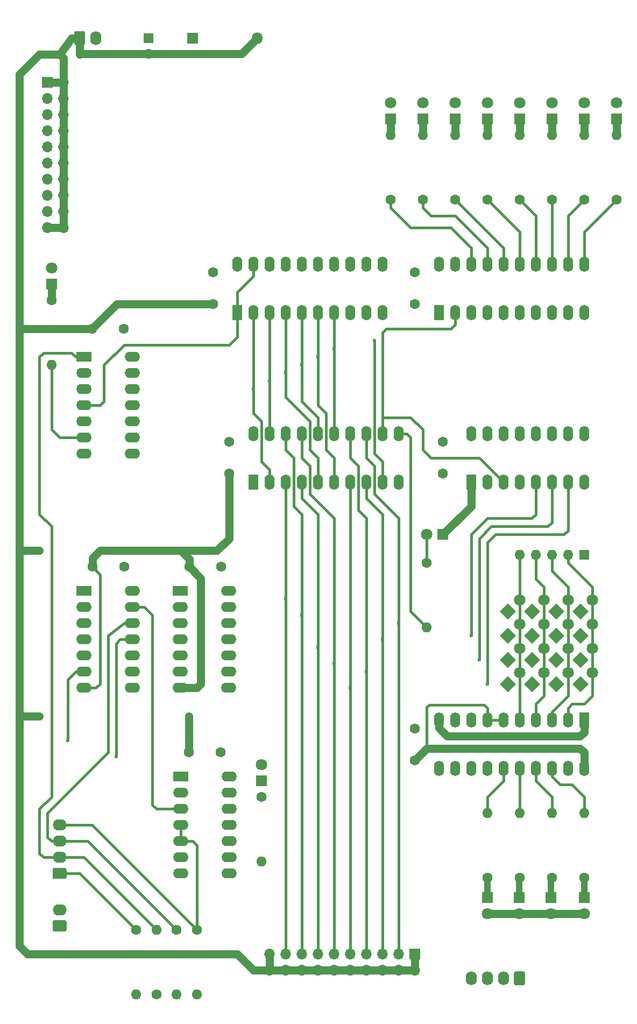
<source format=gbr>
G04 #@! TF.GenerationSoftware,KiCad,Pcbnew,(5.1.7)-1*
G04 #@! TF.CreationDate,2020-11-15T10:54:59+01:00*
G04 #@! TF.ProjectId,Befehle,42656665-686c-4652-9e6b-696361645f70,rev?*
G04 #@! TF.SameCoordinates,Original*
G04 #@! TF.FileFunction,Copper,L2,Bot*
G04 #@! TF.FilePolarity,Positive*
%FSLAX46Y46*%
G04 Gerber Fmt 4.6, Leading zero omitted, Abs format (unit mm)*
G04 Created by KiCad (PCBNEW (5.1.7)-1) date 2020-11-15 10:54:59*
%MOMM*%
%LPD*%
G01*
G04 APERTURE LIST*
G04 #@! TA.AperFunction,ComponentPad*
%ADD10O,1.600000X2.400000*%
G04 #@! TD*
G04 #@! TA.AperFunction,ComponentPad*
%ADD11R,1.600000X2.400000*%
G04 #@! TD*
G04 #@! TA.AperFunction,ComponentPad*
%ADD12O,2.190000X1.740000*%
G04 #@! TD*
G04 #@! TA.AperFunction,ComponentPad*
%ADD13O,1.800000X1.800000*%
G04 #@! TD*
G04 #@! TA.AperFunction,ComponentPad*
%ADD14R,1.800000X1.800000*%
G04 #@! TD*
G04 #@! TA.AperFunction,ComponentPad*
%ADD15O,1.600000X1.600000*%
G04 #@! TD*
G04 #@! TA.AperFunction,ComponentPad*
%ADD16C,1.600000*%
G04 #@! TD*
G04 #@! TA.AperFunction,ComponentPad*
%ADD17C,1.800000*%
G04 #@! TD*
G04 #@! TA.AperFunction,ComponentPad*
%ADD18C,0.100000*%
G04 #@! TD*
G04 #@! TA.AperFunction,ComponentPad*
%ADD19O,1.700000X1.700000*%
G04 #@! TD*
G04 #@! TA.AperFunction,ComponentPad*
%ADD20R,1.700000X1.700000*%
G04 #@! TD*
G04 #@! TA.AperFunction,ComponentPad*
%ADD21O,2.400000X1.600000*%
G04 #@! TD*
G04 #@! TA.AperFunction,ComponentPad*
%ADD22R,2.400000X1.600000*%
G04 #@! TD*
G04 #@! TA.AperFunction,ComponentPad*
%ADD23R,1.600000X1.600000*%
G04 #@! TD*
G04 #@! TA.AperFunction,ComponentPad*
%ADD24O,1.740000X2.190000*%
G04 #@! TD*
G04 #@! TA.AperFunction,ViaPad*
%ADD25C,0.600000*%
G04 #@! TD*
G04 #@! TA.AperFunction,Conductor*
%ADD26C,0.400000*%
G04 #@! TD*
G04 #@! TA.AperFunction,Conductor*
%ADD27C,1.250000*%
G04 #@! TD*
G04 #@! TA.AperFunction,Conductor*
%ADD28C,1.000000*%
G04 #@! TD*
G04 APERTURE END LIST*
D10*
X109950000Y-141320000D03*
X87090000Y-133700000D03*
X107410000Y-141320000D03*
X89630000Y-133700000D03*
X104870000Y-141320000D03*
X92170000Y-133700000D03*
X102330000Y-141320000D03*
X94710000Y-133700000D03*
X99790000Y-141320000D03*
X97250000Y-133700000D03*
X97250000Y-141320000D03*
X99790000Y-133700000D03*
X94710000Y-141320000D03*
X102330000Y-133700000D03*
X92170000Y-141320000D03*
X104870000Y-133700000D03*
X89630000Y-141320000D03*
X107410000Y-133700000D03*
X87090000Y-141320000D03*
D11*
X109950000Y-133700000D03*
D10*
X57880000Y-88615000D03*
X80740000Y-96235000D03*
X60420000Y-88615000D03*
X78200000Y-96235000D03*
X62960000Y-88615000D03*
X75660000Y-96235000D03*
X65500000Y-88615000D03*
X73120000Y-96235000D03*
X68040000Y-88615000D03*
X70580000Y-96235000D03*
X70580000Y-88615000D03*
X68040000Y-96235000D03*
X73120000Y-88615000D03*
X65500000Y-96235000D03*
X75660000Y-88615000D03*
X62960000Y-96235000D03*
X78200000Y-88615000D03*
X60420000Y-96235000D03*
X80740000Y-88615000D03*
D11*
X57880000Y-96235000D03*
D10*
X87090000Y-61945000D03*
X109950000Y-69565000D03*
X89630000Y-61945000D03*
X107410000Y-69565000D03*
X92170000Y-61945000D03*
X104870000Y-69565000D03*
X94710000Y-61945000D03*
X102330000Y-69565000D03*
X97250000Y-61945000D03*
X99790000Y-69565000D03*
X99790000Y-61945000D03*
X97250000Y-69565000D03*
X102330000Y-61945000D03*
X94710000Y-69565000D03*
X104870000Y-61945000D03*
X92170000Y-69565000D03*
X107410000Y-61945000D03*
X89630000Y-69565000D03*
X109950000Y-61945000D03*
D11*
X87090000Y-69565000D03*
D10*
X55340000Y-61945000D03*
X78200000Y-69565000D03*
X57880000Y-61945000D03*
X75660000Y-69565000D03*
X60420000Y-61945000D03*
X73120000Y-69565000D03*
X62960000Y-61945000D03*
X70580000Y-69565000D03*
X65500000Y-61945000D03*
X68040000Y-69565000D03*
X68040000Y-61945000D03*
X65500000Y-69565000D03*
X70580000Y-61945000D03*
X62960000Y-69565000D03*
X73120000Y-61945000D03*
X60420000Y-69565000D03*
X75660000Y-61945000D03*
X57880000Y-69565000D03*
X78200000Y-61945000D03*
D11*
X55340000Y-69565000D03*
D12*
X27400000Y-150210000D03*
X27400000Y-152750000D03*
X27400000Y-155290000D03*
G04 #@! TA.AperFunction,ComponentPad*
G36*
G01*
X28245001Y-158700000D02*
X26554999Y-158700000D01*
G75*
G02*
X26305000Y-158450001I0J249999D01*
G01*
X26305000Y-157209999D01*
G75*
G02*
X26554999Y-156960000I249999J0D01*
G01*
X28245001Y-156960000D01*
G75*
G02*
X28495000Y-157209999I0J-249999D01*
G01*
X28495000Y-158450001D01*
G75*
G02*
X28245001Y-158700000I-249999J0D01*
G01*
G37*
G04 #@! TD.AperFunction*
D13*
X58515000Y-26385000D03*
D14*
X48355000Y-26385000D03*
D15*
X109950000Y-148305000D03*
D16*
X109950000Y-158465000D03*
D17*
X111220000Y-126188949D03*
G04 #@! TA.AperFunction,ComponentPad*
D18*
G36*
X109423949Y-129257792D02*
G01*
X108151157Y-127985000D01*
X109423949Y-126712208D01*
X110696741Y-127985000D01*
X109423949Y-129257792D01*
G37*
G04 #@! TD.AperFunction*
D17*
X103600000Y-122378949D03*
G04 #@! TA.AperFunction,ComponentPad*
D18*
G36*
X101803949Y-125447792D02*
G01*
X100531157Y-124175000D01*
X101803949Y-122902208D01*
X103076741Y-124175000D01*
X101803949Y-125447792D01*
G37*
G04 #@! TD.AperFunction*
D17*
X107410000Y-126188949D03*
G04 #@! TA.AperFunction,ComponentPad*
D18*
G36*
X105613949Y-129257792D02*
G01*
X104341157Y-127985000D01*
X105613949Y-126712208D01*
X106886741Y-127985000D01*
X105613949Y-129257792D01*
G37*
G04 #@! TD.AperFunction*
D19*
X60420000Y-173070000D03*
X60420000Y-170530000D03*
X62960000Y-173070000D03*
X62960000Y-170530000D03*
X65500000Y-173070000D03*
X65500000Y-170530000D03*
X68040000Y-173070000D03*
X68040000Y-170530000D03*
X70580000Y-173070000D03*
X70580000Y-170530000D03*
X73120000Y-173070000D03*
X73120000Y-170530000D03*
X75660000Y-173070000D03*
X75660000Y-170530000D03*
X78200000Y-173070000D03*
X78200000Y-170530000D03*
X80740000Y-173070000D03*
X80740000Y-170530000D03*
X83280000Y-173070000D03*
D20*
X83280000Y-170530000D03*
D10*
X92170000Y-88615000D03*
X109950000Y-96235000D03*
X94710000Y-88615000D03*
X107410000Y-96235000D03*
X97250000Y-88615000D03*
X104870000Y-96235000D03*
X99790000Y-88615000D03*
X102330000Y-96235000D03*
X102330000Y-88615000D03*
X99790000Y-96235000D03*
X104870000Y-88615000D03*
X97250000Y-96235000D03*
X107410000Y-88615000D03*
X94710000Y-96235000D03*
X109950000Y-88615000D03*
D11*
X92170000Y-96235000D03*
D21*
X38830000Y-76550000D03*
X31210000Y-91790000D03*
X38830000Y-79090000D03*
X31210000Y-89250000D03*
X38830000Y-81630000D03*
X31210000Y-86710000D03*
X38830000Y-84170000D03*
X31210000Y-84170000D03*
X38830000Y-86710000D03*
X31210000Y-81630000D03*
X38830000Y-89250000D03*
X31210000Y-79090000D03*
X38830000Y-91790000D03*
D22*
X31210000Y-76550000D03*
D15*
X99790000Y-107665000D03*
X102330000Y-107665000D03*
X104870000Y-107665000D03*
X107410000Y-107665000D03*
D23*
X109950000Y-107665000D03*
D15*
X115030000Y-41625000D03*
D16*
X115030000Y-51785000D03*
D15*
X104870000Y-148305000D03*
D16*
X104870000Y-158465000D03*
D15*
X109950000Y-41625000D03*
D16*
X109950000Y-51785000D03*
D15*
X104870000Y-41625000D03*
D16*
X104870000Y-51785000D03*
D15*
X99790000Y-41625000D03*
D16*
X99790000Y-51785000D03*
D15*
X94710000Y-41625000D03*
D16*
X94710000Y-51785000D03*
D15*
X89630000Y-41625000D03*
D16*
X89630000Y-51785000D03*
D15*
X99790000Y-148305000D03*
D16*
X99790000Y-158465000D03*
D15*
X84550000Y-41625000D03*
D16*
X84550000Y-51785000D03*
D15*
X79470000Y-41625000D03*
D16*
X79470000Y-51785000D03*
D15*
X94710000Y-148305000D03*
D16*
X94710000Y-158465000D03*
D15*
X85185000Y-119095000D03*
D16*
X85185000Y-108935000D03*
D15*
X45815000Y-176880000D03*
D16*
X45815000Y-166720000D03*
D15*
X26130000Y-77820000D03*
D16*
X26130000Y-67660000D03*
D15*
X39465000Y-176880000D03*
D16*
X39465000Y-166720000D03*
D15*
X48990000Y-176880000D03*
D16*
X48990000Y-166720000D03*
D15*
X59150000Y-155925000D03*
D16*
X59150000Y-145765000D03*
D15*
X42640000Y-166720000D03*
D16*
X42640000Y-176880000D03*
D24*
X33115000Y-26385000D03*
G04 #@! TA.AperFunction,ComponentPad*
G36*
G01*
X29705000Y-27230001D02*
X29705000Y-25539999D01*
G75*
G02*
X29954999Y-25290000I249999J0D01*
G01*
X31195001Y-25290000D01*
G75*
G02*
X31445000Y-25539999I0J-249999D01*
G01*
X31445000Y-27230001D01*
G75*
G02*
X31195001Y-27480000I-249999J0D01*
G01*
X29954999Y-27480000D01*
G75*
G02*
X29705000Y-27230001I0J249999D01*
G01*
G37*
G04 #@! TD.AperFunction*
X92170000Y-174340000D03*
X94710000Y-174340000D03*
X97250000Y-174340000D03*
G04 #@! TA.AperFunction,ComponentPad*
G36*
G01*
X100660000Y-173494999D02*
X100660000Y-175185001D01*
G75*
G02*
X100410001Y-175435000I-249999J0D01*
G01*
X99169999Y-175435000D01*
G75*
G02*
X98920000Y-175185001I0J249999D01*
G01*
X98920000Y-173494999D01*
G75*
G02*
X99169999Y-173245000I249999J0D01*
G01*
X100410001Y-173245000D01*
G75*
G02*
X100660000Y-173494999I0J-249999D01*
G01*
G37*
G04 #@! TD.AperFunction*
D12*
X27400000Y-163545000D03*
G04 #@! TA.AperFunction,ComponentPad*
G36*
G01*
X28245001Y-166955000D02*
X26554999Y-166955000D01*
G75*
G02*
X26305000Y-166705001I0J249999D01*
G01*
X26305000Y-165464999D01*
G75*
G02*
X26554999Y-165215000I249999J0D01*
G01*
X28245001Y-165215000D01*
G75*
G02*
X28495000Y-165464999I0J-249999D01*
G01*
X28495000Y-166705001D01*
G75*
G02*
X28245001Y-166955000I-249999J0D01*
G01*
G37*
G04 #@! TD.AperFunction*
D20*
X25495000Y-33370000D03*
D19*
X28035000Y-33370000D03*
X25495000Y-35910000D03*
X28035000Y-35910000D03*
X25495000Y-38450000D03*
X28035000Y-38450000D03*
X25495000Y-40990000D03*
X28035000Y-40990000D03*
X25495000Y-43530000D03*
X28035000Y-43530000D03*
X25495000Y-46070000D03*
X28035000Y-46070000D03*
X25495000Y-48610000D03*
X28035000Y-48610000D03*
X25495000Y-51150000D03*
X28035000Y-51150000D03*
X25495000Y-53690000D03*
X28035000Y-53690000D03*
X25495000Y-56230000D03*
X28035000Y-56230000D03*
D17*
X109950000Y-164180000D03*
D14*
X109950000Y-161640000D03*
D17*
X115030000Y-36545000D03*
D14*
X115030000Y-39085000D03*
D17*
X104715000Y-164180000D03*
D14*
X104715000Y-161640000D03*
D17*
X109950000Y-36545000D03*
D14*
X109950000Y-39085000D03*
D17*
X104870000Y-36545000D03*
D14*
X104870000Y-39085000D03*
D17*
X99790000Y-36545000D03*
D14*
X99790000Y-39085000D03*
D17*
X94710000Y-36545000D03*
D14*
X94710000Y-39085000D03*
D17*
X89630000Y-36545000D03*
D14*
X89630000Y-39085000D03*
D17*
X99715000Y-164180000D03*
D14*
X99715000Y-161640000D03*
D17*
X84550000Y-36545000D03*
D14*
X84550000Y-39085000D03*
D17*
X79470000Y-36545000D03*
D14*
X79470000Y-39085000D03*
D17*
X94710000Y-164180000D03*
D14*
X94710000Y-161640000D03*
D17*
X85185000Y-104490000D03*
D14*
X87725000Y-104490000D03*
D17*
X26130000Y-62580000D03*
D14*
X26130000Y-65120000D03*
D17*
X59150000Y-140685000D03*
D14*
X59150000Y-143225000D03*
D21*
X54070000Y-142590000D03*
X46450000Y-157830000D03*
X54070000Y-145130000D03*
X46450000Y-155290000D03*
X54070000Y-147670000D03*
X46450000Y-152750000D03*
X54070000Y-150210000D03*
X46450000Y-150210000D03*
X54070000Y-152750000D03*
X46450000Y-147670000D03*
X54070000Y-155290000D03*
X46450000Y-145130000D03*
X54070000Y-157830000D03*
D22*
X46450000Y-142590000D03*
D16*
X32480000Y-72105000D03*
X37480000Y-72105000D03*
D21*
X38830000Y-113380000D03*
X31210000Y-128620000D03*
X38830000Y-115920000D03*
X31210000Y-126080000D03*
X38830000Y-118460000D03*
X31210000Y-123540000D03*
X38830000Y-121000000D03*
X31210000Y-121000000D03*
X38830000Y-123540000D03*
X31210000Y-118460000D03*
X38830000Y-126080000D03*
X31210000Y-115920000D03*
X38830000Y-128620000D03*
D22*
X31210000Y-113380000D03*
D21*
X54021740Y-113380000D03*
X46401740Y-128620000D03*
X54021740Y-115920000D03*
X46401740Y-126080000D03*
X54021740Y-118460000D03*
X46401740Y-123540000D03*
X54021740Y-121000000D03*
X46401740Y-121000000D03*
X54021740Y-123540000D03*
X46401740Y-118460000D03*
X54021740Y-126080000D03*
X46401740Y-115920000D03*
X54021740Y-128620000D03*
D22*
X46401740Y-113380000D03*
D17*
X103600000Y-126188949D03*
G04 #@! TA.AperFunction,ComponentPad*
D18*
G36*
X101803949Y-129257792D02*
G01*
X100531157Y-127985000D01*
X101803949Y-126712208D01*
X103076741Y-127985000D01*
X101803949Y-129257792D01*
G37*
G04 #@! TD.AperFunction*
D17*
X99790000Y-126188949D03*
G04 #@! TA.AperFunction,ComponentPad*
D18*
G36*
X97993949Y-129257792D02*
G01*
X96721157Y-127985000D01*
X97993949Y-126712208D01*
X99266741Y-127985000D01*
X97993949Y-129257792D01*
G37*
G04 #@! TD.AperFunction*
D17*
X111220000Y-122378949D03*
G04 #@! TA.AperFunction,ComponentPad*
D18*
G36*
X109423949Y-125447792D02*
G01*
X108151157Y-124175000D01*
X109423949Y-122902208D01*
X110696741Y-124175000D01*
X109423949Y-125447792D01*
G37*
G04 #@! TD.AperFunction*
D17*
X107410000Y-122378949D03*
G04 #@! TA.AperFunction,ComponentPad*
D18*
G36*
X105613949Y-125447792D02*
G01*
X104341157Y-124175000D01*
X105613949Y-122902208D01*
X106886741Y-124175000D01*
X105613949Y-125447792D01*
G37*
G04 #@! TD.AperFunction*
D17*
X111220000Y-118568949D03*
G04 #@! TA.AperFunction,ComponentPad*
D18*
G36*
X109423949Y-121637792D02*
G01*
X108151157Y-120365000D01*
X109423949Y-119092208D01*
X110696741Y-120365000D01*
X109423949Y-121637792D01*
G37*
G04 #@! TD.AperFunction*
D17*
X107410000Y-118568949D03*
G04 #@! TA.AperFunction,ComponentPad*
D18*
G36*
X105613949Y-121637792D02*
G01*
X104341157Y-120365000D01*
X105613949Y-119092208D01*
X106886741Y-120365000D01*
X105613949Y-121637792D01*
G37*
G04 #@! TD.AperFunction*
D17*
X103600000Y-118568949D03*
G04 #@! TA.AperFunction,ComponentPad*
D18*
G36*
X101803949Y-121637792D02*
G01*
X100531157Y-120365000D01*
X101803949Y-119092208D01*
X103076741Y-120365000D01*
X101803949Y-121637792D01*
G37*
G04 #@! TD.AperFunction*
D17*
X111220000Y-114758949D03*
G04 #@! TA.AperFunction,ComponentPad*
D18*
G36*
X109423949Y-117827792D02*
G01*
X108151157Y-116555000D01*
X109423949Y-115282208D01*
X110696741Y-116555000D01*
X109423949Y-117827792D01*
G37*
G04 #@! TD.AperFunction*
D17*
X107410000Y-114758949D03*
G04 #@! TA.AperFunction,ComponentPad*
D18*
G36*
X105613949Y-117827792D02*
G01*
X104341157Y-116555000D01*
X105613949Y-115282208D01*
X106886741Y-116555000D01*
X105613949Y-117827792D01*
G37*
G04 #@! TD.AperFunction*
D17*
X99790000Y-122378949D03*
G04 #@! TA.AperFunction,ComponentPad*
D18*
G36*
X97993949Y-125447792D02*
G01*
X96721157Y-124175000D01*
X97993949Y-122902208D01*
X99266741Y-124175000D01*
X97993949Y-125447792D01*
G37*
G04 #@! TD.AperFunction*
D17*
X103600000Y-114758949D03*
G04 #@! TA.AperFunction,ComponentPad*
D18*
G36*
X101803949Y-117827792D02*
G01*
X100531157Y-116555000D01*
X101803949Y-115282208D01*
X103076741Y-116555000D01*
X101803949Y-117827792D01*
G37*
G04 #@! TD.AperFunction*
D17*
X99790000Y-118568949D03*
G04 #@! TA.AperFunction,ComponentPad*
D18*
G36*
X97993949Y-121637792D02*
G01*
X96721157Y-120365000D01*
X97993949Y-119092208D01*
X99266741Y-120365000D01*
X97993949Y-121637792D01*
G37*
G04 #@! TD.AperFunction*
D17*
X99790000Y-114758949D03*
G04 #@! TA.AperFunction,ComponentPad*
D18*
G36*
X97993949Y-117827792D02*
G01*
X96721157Y-116555000D01*
X97993949Y-115282208D01*
X99266741Y-116555000D01*
X97993949Y-117827792D01*
G37*
G04 #@! TD.AperFunction*
D16*
X41370000Y-28885000D03*
D23*
X41370000Y-26385000D03*
D16*
X47720000Y-138780000D03*
X52720000Y-138780000D03*
X32560000Y-109570000D03*
X37560000Y-109570000D03*
X47800000Y-109570000D03*
X52800000Y-109570000D03*
X83280000Y-135050000D03*
X83280000Y-140050000D03*
X54070000Y-94885000D03*
X54070000Y-89885000D03*
X87725000Y-94885000D03*
X87725000Y-89885000D03*
X83280000Y-68215000D03*
X83280000Y-63215000D03*
X51530000Y-68215000D03*
X51530000Y-63215000D03*
D25*
X70580000Y-75280000D03*
X68040000Y-76550000D03*
X65500000Y-77820000D03*
X62960000Y-79090000D03*
X60420000Y-80360000D03*
X24225000Y-133065000D03*
X47720000Y-133065000D03*
X24225000Y-107030000D03*
X92170000Y-120365000D03*
X93440000Y-124175000D03*
X94710000Y-127985000D03*
X28670000Y-136875000D03*
X36290000Y-139415000D03*
X62960000Y-114650000D03*
X65500000Y-117190000D03*
X68040000Y-122270000D03*
X70580000Y-124810000D03*
X73120000Y-128620000D03*
X75660000Y-126080000D03*
X78200000Y-121000000D03*
X80740000Y-118460000D03*
X57880000Y-81630000D03*
X76930000Y-74010000D03*
D26*
X70580000Y-75280000D02*
X70580000Y-69565000D01*
X70580000Y-75280000D02*
X70580000Y-88615000D01*
X69310000Y-85440000D02*
X68040000Y-84170000D01*
X69310000Y-91155000D02*
X69310000Y-85440000D01*
X70580000Y-92425000D02*
X69310000Y-91155000D01*
X70580000Y-96235000D02*
X70580000Y-92425000D01*
X68040000Y-76550000D02*
X68040000Y-84170000D01*
X68040000Y-76550000D02*
X68040000Y-69565000D01*
X68040000Y-86075000D02*
X68040000Y-88615000D01*
X65500000Y-83535000D02*
X68040000Y-86075000D01*
X65500000Y-77820000D02*
X65500000Y-69565000D01*
X65500000Y-83535000D02*
X65500000Y-77820000D01*
X62960000Y-79090000D02*
X62960000Y-69565000D01*
X68040000Y-92425000D02*
X68040000Y-96235000D01*
X66770000Y-91155000D02*
X68040000Y-92425000D01*
X66770000Y-86710000D02*
X66770000Y-91155000D01*
X62960000Y-82900000D02*
X66770000Y-86710000D01*
X62960000Y-79090000D02*
X62960000Y-82900000D01*
X60420000Y-80360000D02*
X60420000Y-69565000D01*
X60420000Y-80360000D02*
X60420000Y-88615000D01*
D27*
X29305000Y-26385000D02*
X27400000Y-28925000D01*
X30575000Y-26385000D02*
X29305000Y-26385000D01*
X28035000Y-29560000D02*
X27400000Y-28925000D01*
X28035000Y-33370000D02*
X28035000Y-29560000D01*
X28035000Y-33370000D02*
X28035000Y-56230000D01*
X25495000Y-56230000D02*
X28035000Y-56230000D01*
X25495000Y-33370000D02*
X28035000Y-33370000D01*
X24225000Y-28925000D02*
X27400000Y-28925000D01*
X21050000Y-32100000D02*
X24225000Y-28925000D01*
X21050000Y-72105000D02*
X21050000Y-32100000D01*
X47800000Y-108380000D02*
X46450000Y-107030000D01*
X47800000Y-109570000D02*
X47800000Y-108380000D01*
X21050000Y-72105000D02*
X21050000Y-107030000D01*
X48990000Y-128620000D02*
X46401740Y-128620000D01*
X49625000Y-127985000D02*
X48990000Y-128620000D01*
X49625000Y-111395000D02*
X49625000Y-127985000D01*
X47800000Y-109570000D02*
X49625000Y-111395000D01*
X21050000Y-107030000D02*
X21050000Y-132430000D01*
X47720000Y-107030000D02*
X52165000Y-107030000D01*
X54070000Y-105125000D02*
X54070000Y-94885000D01*
X52165000Y-107030000D02*
X54070000Y-105125000D01*
X83280000Y-170530000D02*
X83280000Y-173070000D01*
X60420000Y-170530000D02*
X60420000Y-173070000D01*
X60420000Y-173070000D02*
X83280000Y-173070000D01*
X57880000Y-173070000D02*
X60420000Y-173070000D01*
X22320000Y-170530000D02*
X55340000Y-170530000D01*
X55340000Y-170530000D02*
X57880000Y-173070000D01*
X21050000Y-169260000D02*
X22320000Y-170530000D01*
X92170000Y-100045000D02*
X87725000Y-104490000D01*
X92170000Y-96235000D02*
X92170000Y-100045000D01*
X21050000Y-132430000D02*
X21050000Y-133065000D01*
X21050000Y-133065000D02*
X21050000Y-169260000D01*
X24225000Y-133065000D02*
X21050000Y-133065000D01*
X47720000Y-133065000D02*
X47720000Y-138780000D01*
X87090000Y-133700000D02*
X87090000Y-134970000D01*
X87090000Y-134970000D02*
X88360000Y-136240000D01*
X88360000Y-136240000D02*
X109315000Y-136240000D01*
X109950000Y-135605000D02*
X109950000Y-133700000D01*
X109315000Y-136240000D02*
X109950000Y-135605000D01*
X21050000Y-107030000D02*
X24225000Y-107030000D01*
X47720000Y-107030000D02*
X34385000Y-107030000D01*
X32560000Y-109570000D02*
X32560000Y-108220000D01*
X33750000Y-107030000D02*
X34385000Y-107030000D01*
X32560000Y-108220000D02*
X33750000Y-107030000D01*
D26*
X33115000Y-128620000D02*
X31210000Y-128620000D01*
X33750000Y-127985000D02*
X33115000Y-128620000D01*
X33750000Y-110840000D02*
X33750000Y-127985000D01*
X32560000Y-109570000D02*
X33750000Y-110840000D01*
D27*
X32480000Y-72105000D02*
X21050000Y-72105000D01*
X51450000Y-68295000D02*
X51530000Y-68215000D01*
X36370000Y-68215000D02*
X32480000Y-72105000D01*
X51530000Y-68215000D02*
X36370000Y-68215000D01*
X30575000Y-26385000D02*
X30575000Y-28290000D01*
X30575000Y-28290000D02*
X30590010Y-28305010D01*
X30575000Y-28290000D02*
X30575000Y-28925000D01*
X30615000Y-28885000D02*
X41370000Y-28885000D01*
X30575000Y-28925000D02*
X30615000Y-28885000D01*
X56015000Y-28885000D02*
X58515000Y-26385000D01*
X41370000Y-28885000D02*
X56015000Y-28885000D01*
X83280000Y-140050000D02*
X85185000Y-138145000D01*
X85185000Y-138145000D02*
X109315000Y-138145000D01*
X109950000Y-138780000D02*
X109950000Y-141320000D01*
X109315000Y-138145000D02*
X109950000Y-138780000D01*
X94710000Y-164180000D02*
X109950000Y-164180000D01*
D26*
X85185000Y-138145000D02*
X85185000Y-131668000D01*
X85185000Y-131668000D02*
X85566000Y-131287000D01*
X85566000Y-131287000D02*
X94202000Y-131287000D01*
X94710000Y-131795000D02*
X94710000Y-133700000D01*
X94202000Y-131287000D02*
X94710000Y-131795000D01*
X94710000Y-133700000D02*
X97250000Y-133700000D01*
D27*
X79470000Y-41625000D02*
X79470000Y-39085000D01*
X84550000Y-41625000D02*
X84550000Y-39085000D01*
X94710000Y-41625000D02*
X94710000Y-39085000D01*
X99790000Y-41625000D02*
X99790000Y-39085000D01*
X104870000Y-41625000D02*
X104870000Y-39085000D01*
X109950000Y-41625000D02*
X109950000Y-39085000D01*
X115030000Y-41625000D02*
X115030000Y-39085000D01*
X26130000Y-67660000D02*
X26130000Y-65120000D01*
D26*
X57880000Y-61945000D02*
X57880000Y-63850000D01*
X55340000Y-66390000D02*
X55340000Y-69565000D01*
X57880000Y-63850000D02*
X55340000Y-66390000D01*
X55340000Y-73375000D02*
X55340000Y-69565000D01*
X54070000Y-74645000D02*
X55340000Y-73375000D01*
X34385000Y-83535000D02*
X34385000Y-77820000D01*
X34385000Y-77820000D02*
X37560000Y-74645000D01*
X33750000Y-84170000D02*
X34385000Y-83535000D01*
X37560000Y-74645000D02*
X54070000Y-74645000D01*
X31210000Y-84170000D02*
X33750000Y-84170000D01*
X97250000Y-143225000D02*
X94710000Y-145765000D01*
X97250000Y-141320000D02*
X97250000Y-143225000D01*
X94710000Y-145765000D02*
X94710000Y-148305000D01*
X109950000Y-51785000D02*
X107410000Y-54325000D01*
X107410000Y-54325000D02*
X107410000Y-61945000D01*
X102330000Y-101315000D02*
X102330000Y-96235000D01*
X101695000Y-101950000D02*
X102330000Y-101315000D01*
X94710000Y-101950000D02*
X101695000Y-101950000D01*
X92170000Y-104490000D02*
X94710000Y-101950000D01*
X92170000Y-120365000D02*
X92170000Y-104490000D01*
X93440000Y-124175000D02*
X93440000Y-105125000D01*
X93440000Y-105125000D02*
X95345000Y-103220000D01*
X95345000Y-103220000D02*
X104235000Y-103220000D01*
X104870000Y-102585000D02*
X104870000Y-96235000D01*
X104235000Y-103220000D02*
X104870000Y-102585000D01*
X107410000Y-103855000D02*
X107410000Y-96235000D01*
X106775000Y-104490000D02*
X107410000Y-103855000D01*
X95980000Y-104490000D02*
X106775000Y-104490000D01*
X94710000Y-105760000D02*
X95980000Y-104490000D01*
X94710000Y-127985000D02*
X94710000Y-105760000D01*
X99790000Y-107665000D02*
X99790000Y-129890000D01*
X99790000Y-129890000D02*
X99790000Y-133700000D01*
X103600000Y-112745000D02*
X103600000Y-129890000D01*
X103600000Y-112745000D02*
X102330000Y-111475000D01*
X102330000Y-111475000D02*
X102330000Y-107665000D01*
X103600000Y-129890000D02*
X102330000Y-131160000D01*
X102330000Y-131160000D02*
X102330000Y-133700000D01*
X104870000Y-110205000D02*
X104870000Y-107665000D01*
X107410000Y-112745000D02*
X104870000Y-110205000D01*
X107410000Y-129890000D02*
X107410000Y-112745000D01*
X107410000Y-129890000D02*
X104870000Y-132430000D01*
X104870000Y-132430000D02*
X104870000Y-133700000D01*
X109950000Y-131160000D02*
X108045000Y-131160000D01*
X107410000Y-131795000D02*
X107410000Y-133700000D01*
X111220000Y-129890000D02*
X109950000Y-131160000D01*
X108045000Y-131160000D02*
X107410000Y-131795000D01*
X111220000Y-112745000D02*
X111220000Y-129890000D01*
X107410000Y-108935000D02*
X111220000Y-112745000D01*
X107410000Y-107665000D02*
X107410000Y-108935000D01*
X32480000Y-150210000D02*
X48990000Y-166720000D01*
X27400000Y-150210000D02*
X32480000Y-150210000D01*
X46450000Y-152750000D02*
X46450000Y-150210000D01*
X48355000Y-152750000D02*
X46450000Y-152750000D01*
X48990000Y-153385000D02*
X48355000Y-152750000D01*
X48990000Y-166720000D02*
X48990000Y-153385000D01*
X31845000Y-152750000D02*
X45815000Y-166720000D01*
X27400000Y-152750000D02*
X31845000Y-152750000D01*
X35020000Y-138780000D02*
X35020000Y-120365000D01*
X25495000Y-148305000D02*
X35020000Y-138780000D01*
X37560000Y-118460000D02*
X38830000Y-118460000D01*
X25495000Y-152115000D02*
X25495000Y-148305000D01*
X26130000Y-152750000D02*
X25495000Y-152115000D01*
X35020000Y-120365000D02*
X37560000Y-118460000D01*
X27400000Y-152750000D02*
X26130000Y-152750000D01*
X31210000Y-126080000D02*
X29940000Y-126080000D01*
X29940000Y-126080000D02*
X28670000Y-127350000D01*
X28670000Y-127350000D02*
X28670000Y-136875000D01*
X42005000Y-147035000D02*
X42640000Y-147670000D01*
X42005000Y-117190000D02*
X42005000Y-147035000D01*
X40735000Y-115920000D02*
X42005000Y-117190000D01*
X38830000Y-115920000D02*
X40735000Y-115920000D01*
X42640000Y-147670000D02*
X46450000Y-147670000D01*
X36290000Y-121635000D02*
X36290000Y-139415000D01*
X36925000Y-121000000D02*
X36290000Y-121635000D01*
X38830000Y-121000000D02*
X36925000Y-121000000D01*
X62960000Y-114650000D02*
X62960000Y-170530000D01*
X62960000Y-96235000D02*
X62960000Y-114650000D01*
X62960000Y-91155000D02*
X64230000Y-92425000D01*
X62960000Y-88615000D02*
X62960000Y-91155000D01*
X65500000Y-101315000D02*
X64230000Y-100045000D01*
X64230000Y-92425000D02*
X64230000Y-100045000D01*
X65500000Y-117190000D02*
X65500000Y-101315000D01*
X65500000Y-170530000D02*
X65500000Y-117190000D01*
X65500000Y-98775000D02*
X65500000Y-96235000D01*
X68040000Y-101315000D02*
X65500000Y-98775000D01*
X68040000Y-122270000D02*
X68040000Y-101315000D01*
X68040000Y-170530000D02*
X68040000Y-122270000D01*
X70580000Y-170530000D02*
X70580000Y-124810000D01*
X65500000Y-92425000D02*
X65500000Y-88615000D01*
X66770000Y-93695000D02*
X65500000Y-92425000D01*
X66770000Y-98140000D02*
X66770000Y-93695000D01*
X70580000Y-101950000D02*
X66770000Y-98140000D01*
X70580000Y-124810000D02*
X70580000Y-101950000D01*
X73120000Y-170530000D02*
X73120000Y-128620000D01*
X73120000Y-101315000D02*
X73120000Y-96235000D01*
X73120000Y-128620000D02*
X73120000Y-101315000D01*
X75660000Y-170530000D02*
X75660000Y-126080000D01*
X74390000Y-100680000D02*
X74390000Y-93695000D01*
X75660000Y-101950000D02*
X74390000Y-100680000D01*
X75660000Y-126080000D02*
X75660000Y-101950000D01*
X74390000Y-93695000D02*
X73120000Y-92425000D01*
X73120000Y-92425000D02*
X73120000Y-88615000D01*
X78200000Y-101315000D02*
X75660000Y-98775000D01*
X75660000Y-98775000D02*
X75660000Y-96235000D01*
X78200000Y-121000000D02*
X78200000Y-101315000D01*
X78200000Y-170530000D02*
X78200000Y-121000000D01*
X80740000Y-170530000D02*
X80740000Y-118460000D01*
X75660000Y-92425000D02*
X75660000Y-88615000D01*
X76930000Y-93695000D02*
X75660000Y-92425000D01*
X76930000Y-98140000D02*
X76930000Y-93695000D01*
X80740000Y-101950000D02*
X76930000Y-98140000D01*
X80740000Y-118460000D02*
X80740000Y-101950000D01*
X60420000Y-94330000D02*
X60420000Y-96235000D01*
X59150000Y-93060000D02*
X60420000Y-94330000D01*
X59150000Y-86710000D02*
X59150000Y-93060000D01*
X57880000Y-85440000D02*
X59150000Y-86710000D01*
X57880000Y-81630000D02*
X57880000Y-69565000D01*
X57880000Y-85440000D02*
X57880000Y-81630000D01*
X78200000Y-86710000D02*
X78200000Y-88615000D01*
X89630000Y-71470000D02*
X89630000Y-69565000D01*
X88995000Y-72105000D02*
X89630000Y-71470000D01*
X78200000Y-72740000D02*
X78835000Y-72105000D01*
X78835000Y-72105000D02*
X88995000Y-72105000D01*
X78200000Y-73375000D02*
X78200000Y-86710000D01*
X78200000Y-72740000D02*
X78200000Y-73375000D01*
X78835000Y-86075000D02*
X78200000Y-86075000D01*
X82645000Y-86075000D02*
X78835000Y-86075000D01*
X84550000Y-87980000D02*
X82645000Y-86075000D01*
X84550000Y-91155000D02*
X84550000Y-87980000D01*
X85820000Y-92425000D02*
X84550000Y-91155000D01*
X93440000Y-92425000D02*
X85820000Y-92425000D01*
X97250000Y-96235000D02*
X93440000Y-92425000D01*
X76930000Y-74010000D02*
X76930000Y-74010000D01*
X78200000Y-93060000D02*
X78200000Y-96235000D01*
X76930000Y-91790000D02*
X78200000Y-93060000D01*
X76930000Y-74010000D02*
X76930000Y-91790000D01*
D27*
X89630000Y-39085000D02*
X89630000Y-41625000D01*
D28*
X94710000Y-161640000D02*
X94710000Y-158465000D01*
X99715000Y-158465000D02*
X99715000Y-161640000D01*
X104715000Y-161640000D02*
X104715000Y-158465000D01*
X109950000Y-161640000D02*
X109950000Y-158465000D01*
D26*
X85185000Y-108935000D02*
X85185000Y-104490000D01*
X92170000Y-59405000D02*
X92170000Y-61945000D01*
X88995000Y-56230000D02*
X92170000Y-59405000D01*
X82645000Y-56230000D02*
X88995000Y-56230000D01*
X79470000Y-53055000D02*
X82645000Y-56230000D01*
X79470000Y-51785000D02*
X79470000Y-53055000D01*
X84550000Y-51785000D02*
X84550000Y-53055000D01*
X84550000Y-53055000D02*
X85820000Y-54325000D01*
X85820000Y-54325000D02*
X89630000Y-54325000D01*
X94710000Y-59405000D02*
X94710000Y-61945000D01*
X89630000Y-54325000D02*
X94710000Y-59405000D01*
X89630000Y-51785000D02*
X97250000Y-59405000D01*
X97250000Y-59405000D02*
X97250000Y-61945000D01*
X94710000Y-51785000D02*
X99790000Y-56865000D01*
X99790000Y-56865000D02*
X99790000Y-61945000D01*
X99790000Y-51785000D02*
X102330000Y-54325000D01*
X102330000Y-54325000D02*
X102330000Y-61945000D01*
X104870000Y-51785000D02*
X104870000Y-61945000D01*
X115030000Y-52050000D02*
X115080000Y-52000000D01*
X115080000Y-51785000D02*
X109950000Y-56915000D01*
X109950000Y-56915000D02*
X109950000Y-61945000D01*
X26130000Y-77820000D02*
X26130000Y-87980000D01*
X26130000Y-87980000D02*
X27400000Y-89250000D01*
X27400000Y-89250000D02*
X31210000Y-89250000D01*
X99790000Y-141320000D02*
X99790000Y-145765000D01*
X99790000Y-145765000D02*
X99790000Y-148305000D01*
X102330000Y-143225000D02*
X104870000Y-145765000D01*
X102330000Y-141320000D02*
X102330000Y-143225000D01*
X104870000Y-145765000D02*
X104870000Y-148305000D01*
X104870000Y-141320000D02*
X104870000Y-142590000D01*
X104870000Y-142590000D02*
X106140000Y-143860000D01*
X108045000Y-143860000D02*
X109950000Y-145765000D01*
X106140000Y-143860000D02*
X108045000Y-143860000D01*
X109950000Y-145765000D02*
X109950000Y-148305000D01*
X82010000Y-88615000D02*
X80740000Y-88615000D01*
X82645000Y-89250000D02*
X82010000Y-88615000D01*
X85185000Y-119095000D02*
X82645000Y-116555000D01*
X82645000Y-116555000D02*
X82645000Y-89250000D01*
X31210000Y-155290000D02*
X42640000Y-166720000D01*
X27400000Y-155290000D02*
X31210000Y-155290000D01*
X29940000Y-76550000D02*
X29305000Y-75915000D01*
X31210000Y-76550000D02*
X29940000Y-76550000D01*
X24860000Y-155290000D02*
X27400000Y-155290000D01*
X24225000Y-154655000D02*
X24860000Y-155290000D01*
X24225000Y-147670000D02*
X24225000Y-154655000D01*
X26130000Y-103220000D02*
X26130000Y-145765000D01*
X24225000Y-101315000D02*
X26130000Y-103220000D01*
X24225000Y-76550000D02*
X24225000Y-101315000D01*
X24860000Y-75915000D02*
X24225000Y-76550000D01*
X26130000Y-145765000D02*
X24225000Y-147670000D01*
X29305000Y-75915000D02*
X24860000Y-75915000D01*
X30575000Y-157830000D02*
X39465000Y-166720000D01*
X27400000Y-157830000D02*
X30575000Y-157830000D01*
M02*

</source>
